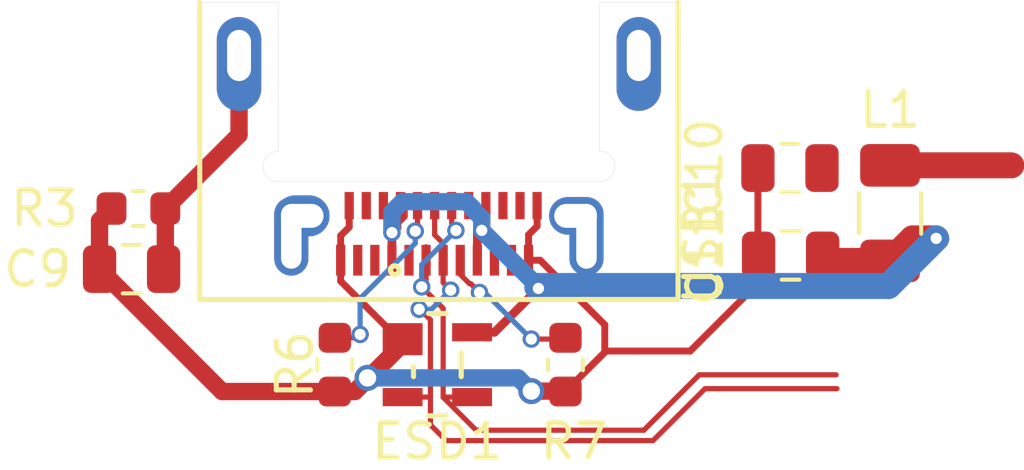
<source format=kicad_pcb>
(kicad_pcb (version 20190605) (host pcbnew "6.0.0-unknown-r16638-0328f3e3")

  (general
    (thickness 1.6)
    (drawings 0)
    (tracks 136)
    (modules 9)
    (nets 9)
  )

  (page "A2")
  (layers
    (0 "F.Cu" signal)
    (31 "B.Cu" signal)
    (32 "B.Adhes" user hide)
    (33 "F.Adhes" user hide)
    (34 "B.Paste" user hide)
    (35 "F.Paste" user hide)
    (36 "B.SilkS" user)
    (37 "F.SilkS" user)
    (38 "B.Mask" user hide)
    (39 "F.Mask" user hide)
    (40 "Dwgs.User" user hide)
    (41 "Cmts.User" user hide)
    (42 "Eco1.User" user hide)
    (43 "Eco2.User" user hide)
    (44 "Edge.Cuts" user)
    (45 "Margin" user hide)
    (46 "B.CrtYd" user hide)
    (47 "F.CrtYd" user hide)
    (48 "B.Fab" user hide)
    (49 "F.Fab" user hide)
  )

  (setup
    (last_trace_width 0.2032)
    (user_trace_width 0.127)
    (user_trace_width 0.1524)
    (user_trace_width 0.2032)
    (user_trace_width 0.254)
    (user_trace_width 0.3048)
    (user_trace_width 0.381)
    (user_trace_width 0.762)
    (trace_clearance 0.1524)
    (zone_clearance 0.508)
    (zone_45_only yes)
    (trace_min 0.127)
    (via_size 0.508)
    (via_drill 0.33)
    (via_min_size 0.508)
    (via_min_drill 0.2032)
    (user_via 0.508 0.33)
    (user_via 0.762 0.508)
    (uvia_size 0.508)
    (uvia_drill 0.33)
    (uvias_allowed no)
    (uvia_min_size 0.508)
    (uvia_min_drill 0.254)
    (max_error 0.005)
    (defaults
      (edge_clearance 0.01)
      (edge_cuts_line_width 0.1)
      (courtyard_line_width 0.05)
      (copper_line_width 0.2)
      (copper_text_dims (size 1.5 1.5) (thickness 0.3) keep_upright)
      (silk_line_width 0.15)
      (silk_text_dims (size 1 1) (thickness 0.15) keep_upright)
      (other_layers_line_width 0.1)
      (other_layers_text_dims (size 1 1) (thickness 0.15) keep_upright)
    )
    (pad_size 1 2.3)
    (pad_drill 0.6)
    (pad_to_mask_clearance 0)
    (solder_mask_min_width 0.25)
    (pad_to_paste_clearance 0.01)
    (aux_axis_origin 0 0)
    (grid_origin 38.985 81.31)
    (visible_elements 7FFFB67F)
    (pcbplotparams
      (layerselection 0x010fc_80000001)
      (usegerberextensions false)
      (usegerberattributes false)
      (usegerberadvancedattributes false)
      (creategerberjobfile false)
      (gerberprecision 5)
      (excludeedgelayer false)
      (linewidth 0.050000)
      (plotframeref false)
      (viasonmask false)
      (mode 1)
      (useauxorigin false)
      (hpglpennumber 1)
      (hpglpenspeed 20)
      (hpglpendiameter 15.000000)
      (psnegative false)
      (psa4output false)
      (plotreference true)
      (plotvalue false)
      (plotinvisibletext false)
      (padsonsilk false)
      (subtractmaskfromsilk false)
      (outputformat 1)
      (mirror false)
      (drillshape 0)
      (scaleselection 1)
      (outputdirectory ""))
  )

  (net 0 "")
  (net 1 "GND")
  (net 2 "Net-(D_1-Pad1)")
  (net 3 "COL1")
  (net 4 "Net-(D_2-Pad1)")
  (net 5 "COL2")
  (net 6 "Net-(D_3-Pad1)")
  (net 7 "COL3")
  (net 8 "Net-(D_4-Pad1)")

  (net_class "Default" "This is the default net class."
    (clearance 0.1524)
    (trace_width 0.2032)
    (via_dia 0.508)
    (via_drill 0.33)
    (uvia_dia 0.508)
    (uvia_drill 0.33)
    (diff_pair_width 0.2032)
    (diff_pair_gap 0.254)
    (add_net "Net-(D_1-Pad1)")
    (add_net "Net-(D_2-Pad1)")
    (add_net "Net-(D_3-Pad1)")
    (add_net "Net-(D_4-Pad1)")
  )

  (net_class "COLS" ""
    (clearance 0.1524)
    (trace_width 0.2032)
    (via_dia 0.508)
    (via_drill 0.33)
    (uvia_dia 0.508)
    (uvia_drill 0.33)
    (diff_pair_width 0.2032)
    (diff_pair_gap 0.254)
    (add_net "COL1")
    (add_net "COL2")
    (add_net "COL3")
  )

  (net_class "ESD" ""
    (clearance 0.4064)
    (trace_width 0.254)
    (via_dia 0.762)
    (via_drill 0.508)
    (uvia_dia 0.508)
    (uvia_drill 0.33)
    (diff_pair_width 0.2032)
    (diff_pair_gap 0.254)
  )

  (net_class "I2C" ""
    (clearance 0.1524)
    (trace_width 0.2032)
    (via_dia 0.508)
    (via_drill 0.33)
    (uvia_dia 0.508)
    (uvia_drill 0.33)
    (diff_pair_width 0.2032)
    (diff_pair_gap 0.254)
  )

  (net_class "LED_CS" ""
    (clearance 0.1524)
    (trace_width 0.2032)
    (via_dia 0.508)
    (via_drill 0.33)
    (uvia_dia 0.508)
    (uvia_drill 0.33)
    (diff_pair_width 0.2032)
    (diff_pair_gap 0.254)
  )

  (net_class "LED_SW" ""
    (clearance 0.1524)
    (trace_width 0.3048)
    (via_dia 0.762)
    (via_drill 0.508)
    (uvia_dia 0.508)
    (uvia_drill 0.33)
    (diff_pair_width 0.2032)
    (diff_pair_gap 0.254)
  )

  (net_class "Power" ""
    (clearance 0.1524)
    (trace_width 0.508)
    (via_dia 0.762)
    (via_drill 0.508)
    (uvia_dia 0.508)
    (uvia_drill 0.33)
    (diff_pair_width 0.2032)
    (diff_pair_gap 0.254)
    (add_net "GND")
  )

  (net_class "ROWS" ""
    (clearance 0.1524)
    (trace_width 0.2032)
    (via_dia 0.508)
    (via_drill 0.33)
    (uvia_dia 0.508)
    (uvia_drill 0.33)
    (diff_pair_width 0.254)
    (diff_pair_gap 0.2032)
  )

  (net_class "USB" ""
    (clearance 0.1524)
    (trace_width 0.762)
    (via_dia 0.508)
    (via_drill 0.33)
    (uvia_dia 0.508)
    (uvia_drill 0.33)
    (diff_pair_width 0.2032)
    (diff_pair_gap 0.2032)
  )

  (net_class "USBC_PINS" ""
    (clearance 0.1524)
    (trace_width 0.1524)
    (via_dia 0.508)
    (via_drill 0.33)
    (uvia_dia 0.508)
    (uvia_drill 0.33)
    (diff_pair_width 0.2032)
    (diff_pair_gap 0.254)
  )

  (module "Resistor_SMD:R_0603_1608Metric" (layer "F.Cu") (tedit 5B301BBD) (tstamp 5D57B3EB)
    (at 36.01 -67.7803 90)
    (descr "Resistor SMD 0603 (1608 Metric), square (rectangular) end terminal, IPC_7351 nominal, (Body size source: http://www.tortai-tech.com/upload/download/2011102023233369053.pdf), generated with kicad-footprint-generator")
    (tags "resistor")
    (path "/5B90A59F/5B5FAE80")
    (attr smd)
    (fp_text reference "R7" (at -2.25 0.25 180) (layer "F.SilkS")
      (effects (font (size 1 1) (thickness 0.15)))
    )
    (fp_text value "5.1K" (at 0 1.17 270) (layer "F.Fab")
      (effects (font (size 1 1) (thickness 0.15)))
    )
    (fp_text user "%R" (at 0 0 270) (layer "F.Fab")
      (effects (font (size 0.25 0.25) (thickness 0.04)))
    )
    (fp_line (start 1.48 0.73) (end -1.48 0.73) (layer "F.CrtYd") (width 0.05))
    (fp_line (start 1.48 -0.73) (end 1.48 0.73) (layer "F.CrtYd") (width 0.05))
    (fp_line (start -1.48 -0.73) (end 1.48 -0.73) (layer "F.CrtYd") (width 0.05))
    (fp_line (start -1.48 0.73) (end -1.48 -0.73) (layer "F.CrtYd") (width 0.05))
    (fp_line (start -0.162779 0.51) (end 0.162779 0.51) (layer "F.SilkS") (width 0.12))
    (fp_line (start -0.162779 -0.51) (end 0.162779 -0.51) (layer "F.SilkS") (width 0.12))
    (fp_line (start 0.8 0.4) (end -0.8 0.4) (layer "F.Fab") (width 0.1))
    (fp_line (start 0.8 -0.4) (end 0.8 0.4) (layer "F.Fab") (width 0.1))
    (fp_line (start -0.8 -0.4) (end 0.8 -0.4) (layer "F.Fab") (width 0.1))
    (fp_line (start -0.8 0.4) (end -0.8 -0.4) (layer "F.Fab") (width 0.1))
    (pad "2" smd roundrect (at 0.7875 0 90) (size 0.875 0.95) (layers "F.Cu" "F.Paste" "F.Mask") (roundrect_rratio 0.25))
    (pad "1" smd roundrect (at -0.7875 0 90) (size 0.875 0.95) (layers "F.Cu" "F.Paste" "F.Mask") (roundrect_rratio 0.25))
    (model "${KISYS3DMOD}/Resistor_SMD.3dshapes/R_0603_1608Metric.wrl"
      (at (xyz 0 0 0))
      (scale (xyz 1 1 1))
      (rotate (xyz 0 0 0))
    )
  )

  (module "Resistor_SMD:R_0603_1608Metric" (layer "F.Cu") (tedit 5B301BBD) (tstamp 5D57B3BB)
    (at 29.26 -67.7803 90)
    (descr "Resistor SMD 0603 (1608 Metric), square (rectangular) end terminal, IPC_7351 nominal, (Body size source: http://www.tortai-tech.com/upload/download/2011102023233369053.pdf), generated with kicad-footprint-generator")
    (tags "resistor")
    (path "/5B90A59F/5B5FB101")
    (attr smd)
    (fp_text reference "R6" (at 0 -1.17 270) (layer "F.SilkS")
      (effects (font (size 1 1) (thickness 0.15)))
    )
    (fp_text value "5.1K" (at 0 1.17 270) (layer "F.Fab")
      (effects (font (size 1 1) (thickness 0.15)))
    )
    (fp_text user "%R" (at 0 0 270) (layer "F.Fab")
      (effects (font (size 0.25 0.25) (thickness 0.04)))
    )
    (fp_line (start 1.48 0.73) (end -1.48 0.73) (layer "F.CrtYd") (width 0.05))
    (fp_line (start 1.48 -0.73) (end 1.48 0.73) (layer "F.CrtYd") (width 0.05))
    (fp_line (start -1.48 -0.73) (end 1.48 -0.73) (layer "F.CrtYd") (width 0.05))
    (fp_line (start -1.48 0.73) (end -1.48 -0.73) (layer "F.CrtYd") (width 0.05))
    (fp_line (start -0.162779 0.51) (end 0.162779 0.51) (layer "F.SilkS") (width 0.12))
    (fp_line (start -0.162779 -0.51) (end 0.162779 -0.51) (layer "F.SilkS") (width 0.12))
    (fp_line (start 0.8 0.4) (end -0.8 0.4) (layer "F.Fab") (width 0.1))
    (fp_line (start 0.8 -0.4) (end 0.8 0.4) (layer "F.Fab") (width 0.1))
    (fp_line (start -0.8 -0.4) (end 0.8 -0.4) (layer "F.Fab") (width 0.1))
    (fp_line (start -0.8 0.4) (end -0.8 -0.4) (layer "F.Fab") (width 0.1))
    (pad "2" smd roundrect (at 0.7875 0 90) (size 0.875 0.95) (layers "F.Cu" "F.Paste" "F.Mask") (roundrect_rratio 0.25))
    (pad "1" smd roundrect (at -0.7875 0 90) (size 0.875 0.95) (layers "F.Cu" "F.Paste" "F.Mask") (roundrect_rratio 0.25))
    (model "${KISYS3DMOD}/Resistor_SMD.3dshapes/R_0603_1608Metric.wrl"
      (at (xyz 0 0 0))
      (scale (xyz 1 1 1))
      (rotate (xyz 0 0 0))
    )
  )

  (module "Keyboardio:USB-TYPE-C-MIDMOUNT" (layer "F.Cu") (tedit 5BAE83C6) (tstamp 5D57B355)
    (at 32.305 -71.5403 180)
    (path "/5B90A59F/5B5FB0C4")
    (clearance 0.075)
    (fp_text reference "USB1" (at -7.705 -0.01 270) (layer "F.SilkS")
      (effects (font (size 1 1) (thickness 0.15)))
    )
    (fp_text value "USB_C_Receptacle" (at 0 -3.2) (layer "F.Fab")
      (effects (font (size 1 1) (thickness 0.15)))
    )
    (fp_line (start 7 -1.85) (end 7 6.85) (layer "F.SilkS") (width 0.15))
    (fp_line (start -7 -1.85) (end 7 -1.85) (layer "F.SilkS") (width 0.15))
    (fp_line (start -7 6.85) (end -7 -1.85) (layer "F.SilkS") (width 0.15))
    (fp_line (start 4.7 2.5) (end 4.7 6.85) (layer "Edge.Cuts") (width 0.01))
    (fp_line (start -4.7 2.5) (end -4.7 6.85) (layer "Edge.Cuts") (width 0.01))
    (fp_arc (start 4.7 2.05) (end 4.7 1.6) (angle 180) (layer "Edge.Cuts") (width 0.01))
    (fp_line (start 4.7 1.6) (end -4.7 1.6) (layer "Edge.Cuts") (width 0.01))
    (fp_line (start -7 6.85) (end -4.7 6.85) (layer "Edge.Cuts") (width 0.01))
    (fp_line (start 7 6.85) (end 4.7 6.85) (layer "Edge.Cuts") (width 0.01))
    (fp_arc (start -4.7 2.05) (end -4.7 2.5) (angle 180) (layer "Edge.Cuts") (width 0.01))
    (pad "S1" thru_hole oval (at 5.85 5.3 180) (size 1.3 2.75) (drill oval 0.7 1.5 (offset 0 -0.25)) (layers *.Cu *.Mask))
    (pad "S1" thru_hole oval (at -5.85 5.3 180) (size 1.3 2.75) (drill oval 0.7 1.5 (offset 0 -0.25)) (layers *.Cu *.Mask))
    (pad "A1" smd rect (at -2.625 -0.7 180) (size 0.27 0.9) (layers "F.Cu" "F.Paste" "F.Mask"))
    (pad "A2" smd rect (at -2.125 -0.7 180) (size 0.27 0.9) (layers "F.Cu" "F.Paste" "F.Mask"))
    (pad "A3" smd rect (at -1.625 -0.7 180) (size 0.27 0.9) (layers "F.Cu" "F.Paste" "F.Mask"))
    (pad "A4" smd rect (at -1.125 -0.7 180) (size 0.27 0.9) (layers "F.Cu" "F.Paste" "F.Mask"))
    (pad "A5" smd rect (at -0.625 -0.7 180) (size 0.27 0.9) (layers "F.Cu" "F.Paste" "F.Mask"))
    (pad "A6" smd rect (at -0.125 -0.7 180) (size 0.27 0.9) (layers "F.Cu" "F.Paste" "F.Mask"))
    (pad "A7" smd rect (at 0.375 -0.7 180) (size 0.27 0.9) (layers "F.Cu" "F.Paste" "F.Mask"))
    (pad "A8" smd rect (at 0.875 -0.7 180) (size 0.27 0.9) (layers "F.Cu" "F.Paste" "F.Mask"))
    (pad "A9" smd rect (at 1.375 -0.7 180) (size 0.27 0.9) (layers "F.Cu" "F.Paste" "F.Mask"))
    (pad "A10" smd rect (at 1.875 -0.7 180) (size 0.27 0.9) (layers "F.Cu" "F.Paste" "F.Mask"))
    (pad "A11" smd rect (at 2.375 -0.7 180) (size 0.27 0.9) (layers "F.Cu" "F.Paste" "F.Mask"))
    (pad "A12" smd rect (at 2.875 -0.7 180) (size 0.27 0.9) (layers "F.Cu" "F.Adhes" "F.Paste" "F.Mask"))
    (pad "B12" smd rect (at -2.875 0.9 180) (size 0.27 0.8) (layers "F.Cu" "F.Paste" "F.Mask"))
    (pad "B11" smd rect (at -2.375 0.9 180) (size 0.27 0.8) (layers "F.Cu" "F.Paste" "F.Mask"))
    (pad "B10" smd rect (at -1.875 0.9 180) (size 0.27 0.8) (layers "F.Cu" "F.Paste" "F.Mask"))
    (pad "B9" smd rect (at -1.375 0.9 180) (size 0.27 0.8) (layers "F.Cu" "F.Paste" "F.Mask"))
    (pad "B8" smd rect (at -0.875 0.9 180) (size 0.27 0.8) (layers "F.Cu" "F.Paste" "F.Mask"))
    (pad "B7" smd rect (at -0.375 0.9 180) (size 0.27 0.8) (layers "F.Cu" "F.Paste" "F.Mask"))
    (pad "B6" smd rect (at 0.125 0.9 180) (size 0.27 0.8) (layers "F.Cu" "F.Paste" "F.Mask"))
    (pad "B5" smd rect (at 0.625 0.9 180) (size 0.27 0.8) (layers "F.Cu" "F.Paste" "F.Mask"))
    (pad "B4" smd rect (at 1.125 0.9 180) (size 0.27 0.8) (layers "F.Cu" "F.Paste" "F.Mask"))
    (pad "B3" smd rect (at 1.625 0.9 180) (size 0.27 0.8) (layers "F.Cu" "F.Paste" "F.Mask"))
    (pad "B2" smd rect (at 2.125 0.9 180) (size 0.27 0.8) (layers "F.Cu" "F.Paste" "F.Mask"))
    (pad "B1" smd rect (at 2.625 0.9 180) (size 0.27 0.8) (layers "F.Cu" "F.Paste" "F.Mask"))
    (pad "S1" thru_hole oval (at -4.32 0 180) (size 1 2.3) (drill oval 0.6 1.9) (layers *.Cu *.Mask))
    (pad "S1" thru_hole oval (at -4 0.6 180) (size 1.55 1.1) (drill oval 1.25 0.7) (layers *.Cu *.Mask))
    (pad "S1" thru_hole oval (at 4.32 0 180) (size 1 2.3) (drill oval 0.6 1.9) (layers *.Cu *.Mask))
    (pad "S1" thru_hole oval (at 4 0.6 180) (size 1.6 1.2) (drill oval 1.25 0.7) (layers *.Cu *.Mask))
    (model "../../../../../../Users/jesse/Documents/GitHub/PCB-Model01/kicad/shapes3D/DX07-midmount-2.wrl"
      (offset (xyz 0 -2.79399995803833 0.3809999942779541))
      (scale (xyz 0.4 0.4 0.4))
      (rotate (xyz 90 180 180))
    )
  )

  (module "Resistor_SMD:R_0603_1608Metric" (layer "F.Cu") (tedit 5B301BBD) (tstamp 5D57CCBD)
    (at 23.51 -72.3553 180)
    (descr "Resistor SMD 0603 (1608 Metric), square (rectangular) end terminal, IPC_7351 nominal, (Body size source: http://www.tortai-tech.com/upload/download/2011102023233369053.pdf), generated with kicad-footprint-generator")
    (tags "resistor")
    (path "/5B90A59F/5BAC53C5")
    (attr smd)
    (fp_text reference "R3" (at 2.75 0) (layer "F.SilkS")
      (effects (font (size 1 1) (thickness 0.15)))
    )
    (fp_text value "500K" (at 0 1.43) (layer "F.Fab")
      (effects (font (size 1 1) (thickness 0.15)))
    )
    (fp_text user "%R" (at 0 0) (layer "F.Fab")
      (effects (font (size 0.4 0.4) (thickness 0.06)))
    )
    (fp_line (start 1.48 0.73) (end -1.48 0.73) (layer "F.CrtYd") (width 0.05))
    (fp_line (start 1.48 -0.73) (end 1.48 0.73) (layer "F.CrtYd") (width 0.05))
    (fp_line (start -1.48 -0.73) (end 1.48 -0.73) (layer "F.CrtYd") (width 0.05))
    (fp_line (start -1.48 0.73) (end -1.48 -0.73) (layer "F.CrtYd") (width 0.05))
    (fp_line (start -0.162779 0.51) (end 0.162779 0.51) (layer "F.SilkS") (width 0.12))
    (fp_line (start -0.162779 -0.51) (end 0.162779 -0.51) (layer "F.SilkS") (width 0.12))
    (fp_line (start 0.8 0.4) (end -0.8 0.4) (layer "F.Fab") (width 0.1))
    (fp_line (start 0.8 -0.4) (end 0.8 0.4) (layer "F.Fab") (width 0.1))
    (fp_line (start -0.8 -0.4) (end 0.8 -0.4) (layer "F.Fab") (width 0.1))
    (fp_line (start -0.8 0.4) (end -0.8 -0.4) (layer "F.Fab") (width 0.1))
    (pad "2" smd roundrect (at 0.7875 0 180) (size 0.875 0.95) (layers "F.Cu" "F.Paste" "F.Mask") (roundrect_rratio 0.25))
    (pad "1" smd roundrect (at -0.7875 0 180) (size 0.875 0.95) (layers "F.Cu" "F.Paste" "F.Mask") (roundrect_rratio 0.25))
    (model "${KISYS3DMOD}/Resistor_SMD.3dshapes/R_0603_1608Metric.wrl"
      (at (xyz 0 0 0))
      (scale (xyz 1 1 1))
      (rotate (xyz 0 0 0))
    )
  )

  (module "Resistor_SMD:R_1206_3216Metric" (layer "F.Cu") (tedit 5B301BBD) (tstamp 5D57B049)
    (at 45.51 -72.2203 270)
    (descr "Resistor SMD 1206 (3216 Metric), square (rectangular) end terminal, IPC_7351 nominal, (Body size source: http://www.tortai-tech.com/upload/download/2011102023233369053.pdf), generated with kicad-footprint-generator")
    (tags "resistor")
    (path "/5B90A59F/54E4D3C3")
    (attr smd)
    (fp_text reference "L1" (at -3.03 0) (layer "F.SilkS")
      (effects (font (size 1 1) (thickness 0.15)))
    )
    (fp_text value "BLM31PG391SN1L" (at 0 1.82 90) (layer "F.Fab")
      (effects (font (size 1 1) (thickness 0.15)))
    )
    (fp_text user "%R" (at 0 0 90) (layer "F.Fab")
      (effects (font (size 0.8 0.8) (thickness 0.12)))
    )
    (fp_line (start 2.28 1.12) (end -2.28 1.12) (layer "F.CrtYd") (width 0.05))
    (fp_line (start 2.28 -1.12) (end 2.28 1.12) (layer "F.CrtYd") (width 0.05))
    (fp_line (start -2.28 -1.12) (end 2.28 -1.12) (layer "F.CrtYd") (width 0.05))
    (fp_line (start -2.28 1.12) (end -2.28 -1.12) (layer "F.CrtYd") (width 0.05))
    (fp_line (start -0.602064 0.91) (end 0.602064 0.91) (layer "F.SilkS") (width 0.12))
    (fp_line (start -0.602064 -0.91) (end 0.602064 -0.91) (layer "F.SilkS") (width 0.12))
    (fp_line (start 1.6 0.8) (end -1.6 0.8) (layer "F.Fab") (width 0.1))
    (fp_line (start 1.6 -0.8) (end 1.6 0.8) (layer "F.Fab") (width 0.1))
    (fp_line (start -1.6 -0.8) (end 1.6 -0.8) (layer "F.Fab") (width 0.1))
    (fp_line (start -1.6 0.8) (end -1.6 -0.8) (layer "F.Fab") (width 0.1))
    (pad "2" smd roundrect (at 1.4 0 270) (size 1.25 1.75) (layers "F.Cu" "F.Paste" "F.Mask") (roundrect_rratio 0.2))
    (pad "1" smd roundrect (at -1.4 0 270) (size 1.25 1.75) (layers "F.Cu" "F.Paste" "F.Mask") (roundrect_rratio 0.2))
    (model "${KISYS3DMOD}/Resistor_SMD.3dshapes/R_1206_3216Metric.wrl"
      (at (xyz 0 0 0))
      (scale (xyz 1 1 1))
      (rotate (xyz 0 0 0))
    )
  )

  (module "Keyboardio:PRTR5V0U2X" (layer "F.Cu") (tedit 0) (tstamp 5D57AFF5)
    (at 32.26 -67.7803 270)
    (path "/5B90A59F/5B5FB132")
    (fp_text reference "ESD1" (at 2.25 0) (layer "F.SilkS")
      (effects (font (size 1 1) (thickness 0.15)))
    )
    (fp_text value "PRTR5V0U2X" (at 0 0 90) (layer "F.SilkS") hide
      (effects (font (size 1 1) (thickness 0.15)))
    )
    (fp_circle (center -2.7686 1.2446) (end -2.6416 1.2446) (layer "F.SilkS") (width 0.1524))
    (fp_circle (center -1.2446 0.4445) (end -1.1176 0.4445) (layer "Dwgs.User") (width 0.1524))
    (fp_line (start -1.4986 0.255028) (end -1.4986 -0.255027) (layer "F.SilkS") (width 0.1524))
    (fp_line (start 0.35056 0.6985) (end 0.05584 0.6985) (layer "F.SilkS") (width 0.1524))
    (fp_line (start 1.4986 -0.255027) (end 1.4986 0.255028) (layer "F.SilkS") (width 0.1524))
    (fp_line (start -0.350561 -0.6985) (end 0.350561 -0.6985) (layer "F.SilkS") (width 0.1524))
    (fp_line (start -1.4986 0.6985) (end -1.4986 -0.6985) (layer "Dwgs.User") (width 0.1524))
    (fp_line (start 1.4986 0.6985) (end -1.4986 0.6985) (layer "Dwgs.User") (width 0.1524))
    (fp_line (start 1.4986 -0.6985) (end 1.4986 0.6985) (layer "Dwgs.User") (width 0.1524))
    (fp_line (start -1.4986 -0.6985) (end 1.4986 -0.6985) (layer "Dwgs.User") (width 0.1524))
    (fp_line (start 1.1913 1.2446) (end 1.1913 0.6985) (layer "Dwgs.User") (width 0.1524))
    (fp_line (start 0.7087 1.2446) (end 1.1913 1.2446) (layer "Dwgs.User") (width 0.1524))
    (fp_line (start 0.7087 0.6985) (end 0.7087 1.2446) (layer "Dwgs.User") (width 0.1524))
    (fp_line (start 1.1913 0.6985) (end 0.7087 0.6985) (layer "Dwgs.User") (width 0.1524))
    (fp_line (start -0.3023 1.2446) (end -0.3023 0.6985) (layer "Dwgs.User") (width 0.1524))
    (fp_line (start -1.1913 1.2446) (end -0.3023 1.2446) (layer "Dwgs.User") (width 0.1524))
    (fp_line (start -1.1913 0.6985) (end -1.1913 1.2446) (layer "Dwgs.User") (width 0.1524))
    (fp_line (start -0.3023 0.6985) (end -1.1913 0.6985) (layer "Dwgs.User") (width 0.1524))
    (fp_line (start 0.7087 -1.2446) (end 0.7087 -0.6985) (layer "Dwgs.User") (width 0.1524))
    (fp_line (start 1.1913 -1.2446) (end 0.7087 -1.2446) (layer "Dwgs.User") (width 0.1524))
    (fp_line (start 1.1913 -0.6985) (end 1.1913 -1.2446) (layer "Dwgs.User") (width 0.1524))
    (fp_line (start 0.7087 -0.6985) (end 1.1913 -0.6985) (layer "Dwgs.User") (width 0.1524))
    (fp_line (start -1.1913 -1.2446) (end -1.1913 -0.6985) (layer "Dwgs.User") (width 0.1524))
    (fp_line (start -0.7087 -1.2446) (end -1.1913 -1.2446) (layer "Dwgs.User") (width 0.1524))
    (fp_line (start -0.7087 -0.6985) (end -0.7087 -1.2446) (layer "Dwgs.User") (width 0.1524))
    (fp_line (start -1.1913 -0.6985) (end -0.7087 -0.6985) (layer "Dwgs.User") (width 0.1524))
    (fp_text user "Copyright 2016 Accelerated Designs. All rights reserved." (at 0 0 90) (layer "Cmts.User") hide
      (effects (font (size 0.127 0.127) (thickness 0.002)))
    )
    (pad "4" smd rect (at -0.950001 -1.016 270) (size 0.5334 1.1684) (layers "F.Cu" "F.Paste" "F.Mask"))
    (pad "3" smd rect (at 0.950001 -1.016 270) (size 0.5334 1.1684) (layers "F.Cu" "F.Paste" "F.Mask"))
    (pad "2" smd rect (at 0.95 1.016 270) (size 0.5334 1.1684) (layers "F.Cu" "F.Paste" "F.Mask"))
    (pad "1" smd rect (at -0.7468 1.016 270) (size 0.9398 1.1684) (layers "F.Cu" "F.Paste" "F.Mask"))
  )

  (module "Capacitor_SMD:C_0805_2012Metric" (layer "F.Cu") (tedit 5B36C52B) (tstamp 5D57AFB3)
    (at 42.6 -70.9803 180)
    (descr "Capacitor SMD 0805 (2012 Metric), square (rectangular) end terminal, IPC_7351 nominal, (Body size source: https://docs.google.com/spreadsheets/d/1BsfQQcO9C6DZCsRaXUlFlo91Tg2WpOkGARC1WS5S8t0/edit?usp=sharing), generated with kicad-footprint-generator")
    (tags "capacitor")
    (path "/5B90A59F/568002EA")
    (attr smd)
    (fp_text reference "C11" (at 2.5 0 270) (layer "F.SilkS")
      (effects (font (size 1 1) (thickness 0.15)))
    )
    (fp_text value "4.7uF 16V X7R" (at 0 1.65) (layer "F.Fab")
      (effects (font (size 1 1) (thickness 0.15)))
    )
    (fp_text user "%R" (at 0 0) (layer "F.Fab")
      (effects (font (size 0.5 0.5) (thickness 0.08)))
    )
    (fp_line (start 1.68 0.95) (end -1.68 0.95) (layer "F.CrtYd") (width 0.05))
    (fp_line (start 1.68 -0.95) (end 1.68 0.95) (layer "F.CrtYd") (width 0.05))
    (fp_line (start -1.68 -0.95) (end 1.68 -0.95) (layer "F.CrtYd") (width 0.05))
    (fp_line (start -1.68 0.95) (end -1.68 -0.95) (layer "F.CrtYd") (width 0.05))
    (fp_line (start -0.258578 0.71) (end 0.258578 0.71) (layer "F.SilkS") (width 0.12))
    (fp_line (start -0.258578 -0.71) (end 0.258578 -0.71) (layer "F.SilkS") (width 0.12))
    (fp_line (start 1 0.6) (end -1 0.6) (layer "F.Fab") (width 0.1))
    (fp_line (start 1 -0.6) (end 1 0.6) (layer "F.Fab") (width 0.1))
    (fp_line (start -1 -0.6) (end 1 -0.6) (layer "F.Fab") (width 0.1))
    (fp_line (start -1 0.6) (end -1 -0.6) (layer "F.Fab") (width 0.1))
    (pad "2" smd roundrect (at 0.9375 0 180) (size 0.975 1.4) (layers "F.Cu" "F.Paste" "F.Mask") (roundrect_rratio 0.25))
    (pad "1" smd roundrect (at -0.9375 0 180) (size 0.975 1.4) (layers "F.Cu" "F.Paste" "F.Mask") (roundrect_rratio 0.25))
    (model "${KISYS3DMOD}/Capacitor_SMD.3dshapes/C_0805_2012Metric.wrl"
      (at (xyz 0 0 0))
      (scale (xyz 1 1 1))
      (rotate (xyz 0 0 0))
    )
  )

  (module "Capacitor_SMD:C_0805_2012Metric" (layer "F.Cu") (tedit 5B36C52B) (tstamp 5D57AF83)
    (at 42.58 -73.5403 180)
    (descr "Capacitor SMD 0805 (2012 Metric), square (rectangular) end terminal, IPC_7351 nominal, (Body size source: https://docs.google.com/spreadsheets/d/1BsfQQcO9C6DZCsRaXUlFlo91Tg2WpOkGARC1WS5S8t0/edit?usp=sharing), generated with kicad-footprint-generator")
    (tags "capacitor")
    (path "/5B90A59F/5BAC53C8")
    (attr smd)
    (fp_text reference "C10" (at 2.5 0 270) (layer "F.SilkS")
      (effects (font (size 1 1) (thickness 0.15)))
    )
    (fp_text value "4.7uF 16V X7R" (at 0 1.65) (layer "F.Fab")
      (effects (font (size 1 1) (thickness 0.15)))
    )
    (fp_text user "%R" (at 0 0) (layer "F.Fab")
      (effects (font (size 0.5 0.5) (thickness 0.08)))
    )
    (fp_line (start 1.68 0.95) (end -1.68 0.95) (layer "F.CrtYd") (width 0.05))
    (fp_line (start 1.68 -0.95) (end 1.68 0.95) (layer "F.CrtYd") (width 0.05))
    (fp_line (start -1.68 -0.95) (end 1.68 -0.95) (layer "F.CrtYd") (width 0.05))
    (fp_line (start -1.68 0.95) (end -1.68 -0.95) (layer "F.CrtYd") (width 0.05))
    (fp_line (start -0.258578 0.71) (end 0.258578 0.71) (layer "F.SilkS") (width 0.12))
    (fp_line (start -0.258578 -0.71) (end 0.258578 -0.71) (layer "F.SilkS") (width 0.12))
    (fp_line (start 1 0.6) (end -1 0.6) (layer "F.Fab") (width 0.1))
    (fp_line (start 1 -0.6) (end 1 0.6) (layer "F.Fab") (width 0.1))
    (fp_line (start -1 -0.6) (end 1 -0.6) (layer "F.Fab") (width 0.1))
    (fp_line (start -1 0.6) (end -1 -0.6) (layer "F.Fab") (width 0.1))
    (pad "2" smd roundrect (at 0.9375 0 180) (size 0.975 1.4) (layers "F.Cu" "F.Paste" "F.Mask") (roundrect_rratio 0.25))
    (pad "1" smd roundrect (at -0.9375 0 180) (size 0.975 1.4) (layers "F.Cu" "F.Paste" "F.Mask") (roundrect_rratio 0.25))
    (model "${KISYS3DMOD}/Capacitor_SMD.3dshapes/C_0805_2012Metric.wrl"
      (at (xyz 0 0 0))
      (scale (xyz 1 1 1))
      (rotate (xyz 0 0 0))
    )
  )

  (module "Capacitor_SMD:C_0805_2012Metric" (layer "F.Cu") (tedit 5B36C52B) (tstamp 5D57AF53)
    (at 23.31 -70.5803 180)
    (descr "Capacitor SMD 0805 (2012 Metric), square (rectangular) end terminal, IPC_7351 nominal, (Body size source: https://docs.google.com/spreadsheets/d/1BsfQQcO9C6DZCsRaXUlFlo91Tg2WpOkGARC1WS5S8t0/edit?usp=sharing), generated with kicad-footprint-generator")
    (tags "capacitor")
    (path "/5B90A59F/5BAC53C6")
    (attr smd)
    (fp_text reference "C9" (at 2.75 0) (layer "F.SilkS")
      (effects (font (size 1 1) (thickness 0.15)))
    )
    (fp_text value "10nF 100V" (at 0 1.65) (layer "F.Fab")
      (effects (font (size 1 1) (thickness 0.15)))
    )
    (fp_text user "%R" (at 0 0) (layer "F.Fab")
      (effects (font (size 0.5 0.5) (thickness 0.08)))
    )
    (fp_line (start 1.68 0.95) (end -1.68 0.95) (layer "F.CrtYd") (width 0.05))
    (fp_line (start 1.68 -0.95) (end 1.68 0.95) (layer "F.CrtYd") (width 0.05))
    (fp_line (start -1.68 -0.95) (end 1.68 -0.95) (layer "F.CrtYd") (width 0.05))
    (fp_line (start -1.68 0.95) (end -1.68 -0.95) (layer "F.CrtYd") (width 0.05))
    (fp_line (start -0.258578 0.71) (end 0.258578 0.71) (layer "F.SilkS") (width 0.12))
    (fp_line (start -0.258578 -0.71) (end 0.258578 -0.71) (layer "F.SilkS") (width 0.12))
    (fp_line (start 1 0.6) (end -1 0.6) (layer "F.Fab") (width 0.1))
    (fp_line (start 1 -0.6) (end 1 0.6) (layer "F.Fab") (width 0.1))
    (fp_line (start -1 -0.6) (end 1 -0.6) (layer "F.Fab") (width 0.1))
    (fp_line (start -1 0.6) (end -1 -0.6) (layer "F.Fab") (width 0.1))
    (pad "2" smd roundrect (at 0.9375 0 180) (size 0.975 1.4) (layers "F.Cu" "F.Paste" "F.Mask") (roundrect_rratio 0.25))
    (pad "1" smd roundrect (at -0.9375 0 180) (size 0.975 1.4) (layers "F.Cu" "F.Paste" "F.Mask") (roundrect_rratio 0.25))
    (model "${KISYS3DMOD}/Capacitor_SMD.3dshapes/C_0805_2012Metric.wrl"
      (at (xyz 0 0 0))
      (scale (xyz 1 1 1))
      (rotate (xyz 0 0 0))
    )
  )

  (segment (start 22.3725 -72.0053) (end 22.7225 -72.3553) (width 0.508) (layer "F.Cu") (net 1) (tstamp 5D57BFDF))
  (segment (start 22.3725 -70.5803) (end 22.3725 -72.0053) (width 0.508) (layer "F.Cu") (net 1) (tstamp 5D57BFDC))
  (segment (start 29.8475 -66.9928) (end 29.26 -66.9928) (width 0.508) (layer "F.Cu") (net 1) (tstamp 5D57BFD9))
  (segment (start 31.244 -68.5271) (end 31.244 -68.3893) (width 0.508) (layer "F.Cu") (net 1) (tstamp 5D57BFD6))
  (segment (start 29.43 -70.8403) (end 29.43 -71.5603) (width 0.2032) (layer "F.Cu") (net 1) (tstamp 5D57BFD3))
  (segment (start 29.68 -71.8103) (end 29.68 -72.4403) (width 0.2032) (layer "F.Cu") (net 1) (tstamp 5D57BFD0))
  (segment (start 29.43 -71.5603) (end 29.68 -71.8103) (width 0.2032) (layer "F.Cu") (net 1) (tstamp 5D57BFCD))
  (segment (start 34.93 -71.5871) (end 34.93 -70.8403) (width 0.2032) (layer "F.Cu") (net 1) (tstamp 5D57BFCA))
  (segment (start 35.18 -72.4403) (end 35.18 -71.8371) (width 0.2032) (layer "F.Cu") (net 1) (tstamp 5D57BFC7))
  (segment (start 35.18 -71.8371) (end 34.93 -71.5871) (width 0.2032) (layer "F.Cu") (net 1) (tstamp 5D57BFC4))
  (segment (start 31.1297 -68.5271) (end 31.244 -68.5271) (width 0.2032) (layer "F.Cu") (net 1) (tstamp 5D57BFC1))
  (segment (start 29.43 -70.8403) (end 29.43 -70.2268) (width 0.2032) (layer "F.Cu") (net 1) (tstamp 5D57BFBE))
  (segment (start 29.43 -70.2268) (end 31.1297 -68.5271) (width 0.2032) (layer "F.Cu") (net 1) (tstamp 5D57BFBB))
  (via (at 30.216031 -67.39295) (size 0.762) (drill 0.508) (layers "F.Cu" "B.Cu") (net 1) (tstamp 5D57BFB8))
  (segment (start 30.228681 -67.3803) (end 30.216031 -67.39295) (width 0.508) (layer "F.Cu") (net 1) (tstamp 5D57BFB5))
  (segment (start 30.235 -67.3803) (end 30.228681 -67.3803) (width 0.508) (layer "F.Cu") (net 1) (tstamp 5D57BFB2))
  (segment (start 31.244 -68.3893) (end 30.235 -67.3803) (width 0.508) (layer "F.Cu") (net 1) (tstamp 5D57BFAF))
  (segment (start 30.235 -67.3803) (end 29.8475 -66.9928) (width 0.508) (layer "F.Cu") (net 1) (tstamp 5D57BFAC))
  (via (at 35.01 -67.0053) (size 0.762) (drill 0.508) (layers "F.Cu" "B.Cu") (net 1) (tstamp 5D57BFA9))
  (segment (start 30.216031 -67.39295) (end 34.62235 -67.39295) (width 0.508) (layer "B.Cu") (net 1) (tstamp 5D57BFA6))
  (segment (start 34.62235 -67.39295) (end 35.01 -67.0053) (width 0.508) (layer "B.Cu") (net 1) (tstamp 5D57BFA3))
  (segment (start 35.9975 -67.0053) (end 36.01 -66.9928) (width 0.508) (layer "F.Cu") (net 1) (tstamp 5D57BFA0))
  (segment (start 35.01 -67.0053) (end 35.9975 -67.0053) (width 0.508) (layer "F.Cu") (net 1) (tstamp 5D57BF9D))
  (segment (start 25.96 -66.9928) (end 29.26 -66.9928) (width 0.508) (layer "F.Cu") (net 1) (tstamp 5D57BF9A))
  (segment (start 22.3725 -70.5803) (end 25.96 -66.9928) (width 0.508) (layer "F.Cu") (net 1) (tstamp 5D57BF97))
  (segment (start 37.1975 -68.1803) (end 36.01 -66.9928) (width 0.2032) (layer "F.Cu") (net 1) (tstamp 5D57BF94))
  (segment (start 37.16 -68.1428) (end 36.01 -66.9928) (width 0.2032) (layer "F.Cu") (net 1) (tstamp 5D57BF91))
  (segment (start 37.16 -68.9485) (end 37.16 -68.1428) (width 0.2032) (layer "F.Cu") (net 1) (tstamp 5D57BF8E))
  (segment (start 34.93 -70.8403) (end 35.2682 -70.8403) (width 0.2032) (layer "F.Cu") (net 1) (tstamp 5D57BF8B))
  (segment (start 35.2682 -70.8403) (end 37.16 -68.9485) (width 0.2032) (layer "F.Cu") (net 1) (tstamp 5D57BF88))
  (segment (start 41.6425 -71.0003) (end 41.6625 -70.9803) (width 0.2032) (layer "F.Cu") (net 1) (tstamp 5D57BF85))
  (segment (start 41.6425 -73.5403) (end 41.6425 -71.0003) (width 0.2032) (layer "F.Cu") (net 1) (tstamp 5D57BF82))
  (segment (start 39.6625 -68.1803) (end 38.06 -68.1803) (width 0.2032) (layer "F.Cu") (net 1) (tstamp 5D57BF7F))
  (segment (start 41.6625 -70.1803) (end 39.6625 -68.1803) (width 0.2032) (layer "F.Cu") (net 1) (tstamp 5D57BF7C))
  (segment (start 41.6625 -70.9803) (end 41.6625 -70.1803) (width 0.2032) (layer "F.Cu") (net 1) (tstamp 5D57BF79))
  (segment (start 38.06 -68.1803) (end 37.1975 -68.1803) (width 0.2032) (layer "F.Cu") (net 1) (tstamp 5D57BF76))
  (segment (start 49.06 -73.6203) (end 45.51 -73.6203) (width 0.762) (layer "F.Cu") (net 2) (tstamp 5D57BF73))
  (segment (start 26.455 -74.5128) (end 24.2975 -72.3553) (width 0.508) (layer "F.Cu") (net 3) (tstamp 5D57BF70))
  (segment (start 26.455 -76.8403) (end 26.455 -74.5128) (width 0.508) (layer "F.Cu") (net 3) (tstamp 5D57BF6D))
  (segment (start 24.2975 -70.6303) (end 24.2475 -70.5803) (width 0.508) (layer "F.Cu") (net 3) (tstamp 5D57BF6A))
  (segment (start 24.2975 -72.3553) (end 24.2975 -70.6303) (width 0.508) (layer "F.Cu") (net 3) (tstamp 5D57BF67))
  (segment (start 33.68 -71.902378) (end 33.68 -72.4403) (width 0.254) (layer "F.Cu") (net 4) (tstamp 5D57BF64))
  (segment (start 33.43 -71.652378) (end 33.68 -71.902378) (width 0.254) (layer "F.Cu") (net 4) (tstamp 5D57BF61))
  (segment (start 33.43 -70.8403) (end 33.43 -71.652378) (width 0.254) (layer "F.Cu") (net 4) (tstamp 5D57BF5E))
  (segment (start 31.265599 -72.354701) (end 31.18 -72.4403) (width 0.254) (layer "F.Cu") (net 4) (tstamp 5D57BF5B))
  (segment (start 31.265599 -72.135402) (end 31.265599 -72.354701) (width 0.254) (layer "F.Cu") (net 4) (tstamp 5D57BF58))
  (segment (start 31.080044 -71.949847) (end 31.265599 -72.135402) (width 0.254) (layer "F.Cu") (net 4) (tstamp 5D57BF55))
  (segment (start 30.93 -70.8403) (end 30.93 -71.652378) (width 0.254) (layer "F.Cu") (net 4) (tstamp 5D57BF52))
  (segment (start 31.080044 -71.802422) (end 31.080044 -71.949847) (width 0.254) (layer "F.Cu") (net 4) (tstamp 5D57BF4F))
  (segment (start 30.93 -71.652378) (end 31.080044 -71.802422) (width 0.254) (layer "F.Cu") (net 4) (tstamp 5D57BF4C))
  (via (at 30.930509 -71.650659) (size 0.508) (drill 0.33) (layers "F.Cu" "B.Cu") (net 4) (tstamp 5D57BF49))
  (via (at 33.558841 -71.715179) (size 0.508) (drill 0.33) (layers "F.Cu" "B.Cu") (net 4) (tstamp 5D57BF46))
  (segment (start 33.558841 -71.715179) (end 35.18853 -70.08549) (width 0.509) (layer "B.Cu") (net 4) (tstamp 5D57BF43))
  (segment (start 35.18853 -70.08549) (end 41.31519 -70.08549) (width 0.762) (layer "B.Cu") (net 4) (tstamp 5D57BF40))
  (via (at 35.217643 -70.013654) (size 0.508) (drill 0.33) (layers "F.Cu" "B.Cu") (net 4) (tstamp 5D57BF3D))
  (segment (start 35.18853 -70.08549) (end 35.18853 -70.042767) (width 0.762) (layer "B.Cu") (net 4) (tstamp 5D57BF3A))
  (segment (start 35.18853 -70.042767) (end 35.217643 -70.013654) (width 0.762) (layer "B.Cu") (net 4) (tstamp 5D57BF37))
  (segment (start 33.93429 -68.730301) (end 35.217643 -70.013654) (width 0.254) (layer "F.Cu") (net 4) (tstamp 5D57BF34))
  (segment (start 33.276 -68.730301) (end 33.93429 -68.730301) (width 0.254) (layer "F.Cu") (net 4) (tstamp 5D57BF31))
  (segment (start 33.304842 -72.360458) (end 33.11 -72.5553) (width 0.509) (layer "B.Cu") (net 4) (tstamp 5D57BF2E))
  (segment (start 33.11 -72.5553) (end 31.235 -72.5553) (width 0.509) (layer "B.Cu") (net 4) (tstamp 5D57BF2B))
  (segment (start 30.930509 -72.250809) (end 30.930509 -71.650659) (width 0.509) (layer "B.Cu") (net 4) (tstamp 5D57BF28))
  (segment (start 31.235 -72.5553) (end 30.930509 -72.250809) (width 0.509) (layer "B.Cu") (net 4) (tstamp 5D57BF25))
  (segment (start 33.304842 -72.328388) (end 33.304842 -72.360458) (width 0.509) (layer "B.Cu") (net 4) (tstamp 5D57BF22))
  (segment (start 33.558841 -72.074389) (end 33.304842 -72.328388) (width 0.509) (layer "B.Cu") (net 4) (tstamp 5D57BF1F))
  (segment (start 33.558841 -71.715179) (end 33.558841 -72.074389) (width 0.509) (layer "B.Cu") (net 4) (tstamp 5D57BF1C))
  (via (at 46.86 -71.4803) (size 0.508) (drill 0.33) (layers "F.Cu" "B.Cu") (net 4) (tstamp 5D57BF19))
  (segment (start 41.31519 -70.08549) (end 45.46519 -70.08549) (width 0.762) (layer "B.Cu") (net 4) (tstamp 5D57BF16))
  (segment (start 45.46519 -70.08549) (end 46.86 -71.4803) (width 0.762) (layer "B.Cu") (net 4) (tstamp 5D57BF13))
  (segment (start 46.17 -71.4803) (end 45.51 -70.8203) (width 0.762) (layer "F.Cu") (net 4) (tstamp 5D57BF10))
  (segment (start 46.86 -71.4803) (end 46.17 -71.4803) (width 0.762) (layer "F.Cu") (net 4) (tstamp 5D57BF0D))
  (segment (start 43.6975 -70.8203) (end 43.5375 -70.9803) (width 0.762) (layer "F.Cu") (net 4) (tstamp 5D57BF0A))
  (segment (start 45.51 -70.8203) (end 43.6975 -70.8203) (width 0.762) (layer "F.Cu") (net 4) (tstamp 5D57BF07))
  (segment (start 32.0314 -66.8303) (end 31.244 -66.8303) (width 0.1524) (layer "F.Cu") (net 5) (tstamp 5D57BF04))
  (segment (start 32.056801 -66.855701) (end 32.0314 -66.8303) (width 0.1524) (layer "F.Cu") (net 5) (tstamp 5D57BF01))
  (segment (start 32.056801 -66.883499) (end 32.056801 -66.855701) (width 0.1524) (layer "F.Cu") (net 5) (tstamp 5D57BEFE))
  (segment (start 32.43 -71.335203) (end 32.18 -71.585203) (width 0.1524) (layer "F.Cu") (net 5) (tstamp 5D57BEFB))
  (segment (start 32.18 -71.585203) (end 32.18 -71.8371) (width 0.1524) (layer "F.Cu") (net 5) (tstamp 5D57BEF8))
  (segment (start 32.43 -70.8403) (end 32.43 -71.335203) (width 0.1524) (layer "F.Cu") (net 5) (tstamp 5D57BEF5))
  (segment (start 32.18 -71.8371) (end 32.18 -72.4403) (width 0.1524) (layer "F.Cu") (net 5) (tstamp 5D57BEF2))
  (segment (start 32.056801 -69.095114) (end 31.748503 -69.403412) (width 0.1524) (layer "F.Cu") (net 5) (tstamp 5D57C732))
  (via (at 32.649461 -69.964364) (size 0.508) (drill 0.33) (layers "F.Cu" "B.Cu") (net 5) (tstamp 5D57C72F))
  (segment (start 32.43 -70.8403) (end 32.43 -70.183825) (width 0.1524) (layer "F.Cu") (net 5) (tstamp 5D57C72C))
  (segment (start 31.735 -69.395425) (end 31.727013 -69.403412) (width 0.1524) (layer "F.Cu") (net 5) (tstamp 5D57C729))
  (segment (start 32.088509 -69.403412) (end 32.395462 -69.710365) (width 0.1524) (layer "B.Cu") (net 5) (tstamp 5D57C726))
  (segment (start 32.43 -70.183825) (end 32.649461 -69.964364) (width 0.1524) (layer "F.Cu") (net 5) (tstamp 5D57C723))
  (segment (start 32.056801 -66.883499) (end 32.056801 -69.095114) (width 0.1524) (layer "F.Cu") (net 5) (tstamp 5D57C720))
  (segment (start 31.727013 -69.403412) (end 32.088509 -69.403412) (width 0.1524) (layer "B.Cu") (net 5) (tstamp 5D57C71D))
  (segment (start 32.395462 -69.710365) (end 32.649461 -69.964364) (width 0.1524) (layer "B.Cu") (net 5) (tstamp 5D57C71A))
  (via (at 31.727013 -69.403412) (size 0.508) (drill 0.33) (layers "F.Cu" "B.Cu") (net 5) (tstamp 5D57C717))
  (segment (start 31.735 -69.251001) (end 31.735 -69.395425) (width 0.1524) (layer "F.Cu") (net 5) (tstamp 5D57C714))
  (segment (start 31.748503 -69.403412) (end 31.727013 -69.403412) (width 0.1524) (layer "F.Cu") (net 5) (tstamp 5D57C711))
  (segment (start 32.519 -65.5553) (end 32.056801 -66.017499) (width 0.1524) (layer "F.Cu") (net 5) (tstamp 5D57C70E))
  (segment (start 38.57237 -65.5553) (end 32.519 -65.5553) (width 0.1524) (layer "F.Cu") (net 5) (tstamp 5D57C70B))
  (segment (start 40.09417 -67.0771) (end 38.57237 -65.5553) (width 0.1524) (layer "F.Cu") (net 5) (tstamp 5D57C708))
  (segment (start 43.9568 -67.0771) (end 40.09417 -67.0771) (width 0.1524) (layer "F.Cu") (net 5) (tstamp 5D57C705))
  (segment (start 32.056801 -66.017499) (end 32.056801 -66.883499) (width 0.1524) (layer "F.Cu") (net 5) (tstamp 5D57C702))
  (segment (start 32.434999 -66.830299) (end 33.276 -66.830299) (width 0.1524) (layer "F.Cu") (net 6) (tstamp 5D57C6FF))
  (segment (start 32.43 -66.8253) (end 32.434999 -66.830299) (width 0.1524) (layer "F.Cu") (net 6) (tstamp 5D57C6FC))
  (segment (start 31.93 -70.8403) (end 31.93 -71.23404) (width 0.1524) (layer "F.Cu") (net 6) (tstamp 5D57C6F9))
  (via (at 32.803923 -71.713124) (size 0.508) (drill 0.33) (layers "F.Cu" "B.Cu") (net 6) (tstamp 5D57C6F6))
  (segment (start 32.68 -71.837047) (end 32.803923 -71.713124) (width 0.1524) (layer "F.Cu") (net 6) (tstamp 5D57C6F3))
  (segment (start 32.68 -72.4403) (end 32.68 -71.837047) (width 0.1524) (layer "F.Cu") (net 6) (tstamp 5D57C6F0))
  (segment (start 31.801268 -70.710469) (end 31.801268 -70.418846) (width 0.1524) (layer "B.Cu") (net 6) (tstamp 5D57C6ED))
  (segment (start 31.801268 -70.418846) (end 31.801268 -70.059636) (width 0.1524) (layer "B.Cu") (net 6) (tstamp 5D57C6EA))
  (segment (start 31.853336 -70.059636) (end 31.801268 -70.059636) (width 0.1524) (layer "F.Cu") (net 6) (tstamp 5D57C6E7))
  (segment (start 32.803923 -71.713124) (end 31.801268 -70.710469) (width 0.1524) (layer "B.Cu") (net 6) (tstamp 5D57C6E4))
  (segment (start 31.93 -70.1363) (end 31.853336 -70.059636) (width 0.1524) (layer "F.Cu") (net 6) (tstamp 5D57C6E1))
  (via (at 31.801268 -70.059636) (size 0.508) (drill 0.33) (layers "F.Cu" "B.Cu") (net 6) (tstamp 5D57C6DE))
  (segment (start 31.93 -70.8403) (end 31.93 -70.1363) (width 0.1524) (layer "F.Cu") (net 6) (tstamp 5D57C6DB))
  (segment (start 32.43 -69.430904) (end 31.801268 -70.059636) (width 0.1524) (layer "F.Cu") (net 6) (tstamp 5D57C6D8))
  (segment (start 32.43 -66.8253) (end 32.43 -69.430904) (width 0.1524) (layer "F.Cu") (net 6) (tstamp 5D57C6D5))
  (segment (start 38.302441 -65.860111) (end 33.395189 -65.860111) (width 0.1524) (layer "F.Cu") (net 6) (tstamp 5D57C6D2))
  (segment (start 39.92583 -67.4835) (end 38.302441 -65.860111) (width 0.1524) (layer "F.Cu") (net 6) (tstamp 5D57C6CF))
  (segment (start 33.395189 -65.860111) (end 32.43 -66.8253) (width 0.1524) (layer "F.Cu") (net 6) (tstamp 5D57C6CC))
  (segment (start 43.932134 -67.4835) (end 39.92583 -67.4835) (width 0.1524) (layer "F.Cu") (net 6) (tstamp 5D57C6C9))
  (via (at 31.613445 -71.693814) (size 0.508) (drill 0.33) (layers "F.Cu" "B.Cu") (net 7) (tstamp 5D57C6C6))
  (segment (start 31.68 -71.760369) (end 31.613445 -71.693814) (width 0.1524) (layer "F.Cu") (net 7) (tstamp 5D57C6C3))
  (segment (start 31.68 -72.4403) (end 31.68 -71.760369) (width 0.1524) (layer "F.Cu") (net 7) (tstamp 5D57C6C0))
  (segment (start 29.999073 -69.025044) (end 29.999073 -68.665834) (width 0.1524) (layer "B.Cu") (net 7) (tstamp 5D57C6BD))
  (segment (start 31.613445 -71.693814) (end 31.613445 -71.334604) (width 0.1524) (layer "B.Cu") (net 7) (tstamp 5D57C6BA))
  (segment (start 31.613445 -71.334604) (end 29.999073 -69.720232) (width 0.1524) (layer "B.Cu") (net 7) (tstamp 5D57C6B7))
  (segment (start 29.26 -68.5678) (end 29.901039 -68.5678) (width 0.1524) (layer "F.Cu") (net 7) (tstamp 5D57C6B4))
  (via (at 29.999073 -68.665834) (size 0.508) (drill 0.33) (layers "F.Cu" "B.Cu") (net 7) (tstamp 5D57C6B1))
  (segment (start 29.901039 -68.5678) (end 29.999073 -68.665834) (width 0.1524) (layer "F.Cu") (net 7) (tstamp 5D57C6AE))
  (segment (start 29.999073 -69.720232) (end 29.999073 -69.025044) (width 0.1524) (layer "B.Cu") (net 7) (tstamp 5D57C6AB))
  (via (at 35.01 -68.5303) (size 0.508) (drill 0.33) (layers "F.Cu" "B.Cu") (net 8) (tstamp 5D57C6A8))
  (segment (start 35.9725 -68.5303) (end 36.01 -68.5678) (width 0.1524) (layer "F.Cu") (net 8) (tstamp 5D57C6A5))
  (segment (start 35.01 -68.5303) (end 35.9725 -68.5303) (width 0.1524) (layer "F.Cu") (net 8) (tstamp 5D57C6A2))
  (via (at 33.49293 -69.898089) (size 0.508) (drill 0.33) (layers "F.Cu" "B.Cu") (net 8) (tstamp 5D57C69F))
  (segment (start 32.93 -70.8403) (end 32.93 -70.424553) (width 0.1524) (layer "F.Cu") (net 8) (tstamp 5D57C69C))
  (segment (start 33.642211 -69.898089) (end 33.49293 -69.898089) (width 0.1524) (layer "B.Cu") (net 8) (tstamp 5D57C699))
  (segment (start 32.93 -70.424553) (end 33.202465 -70.152088) (width 0.1524) (layer "F.Cu") (net 8) (tstamp 5D57C696))
  (segment (start 33.238931 -70.152088) (end 33.49293 -69.898089) (width 0.1524) (layer "F.Cu") (net 8) (tstamp 5D57C693))
  (segment (start 33.202465 -70.152088) (end 33.238931 -70.152088) (width 0.1524) (layer "F.Cu") (net 8) (tstamp 5D57C690))
  (segment (start 35.01 -68.5303) (end 33.642211 -69.898089) (width 0.1524) (layer "B.Cu") (net 8) (tstamp 5D57C68D))

)

</source>
